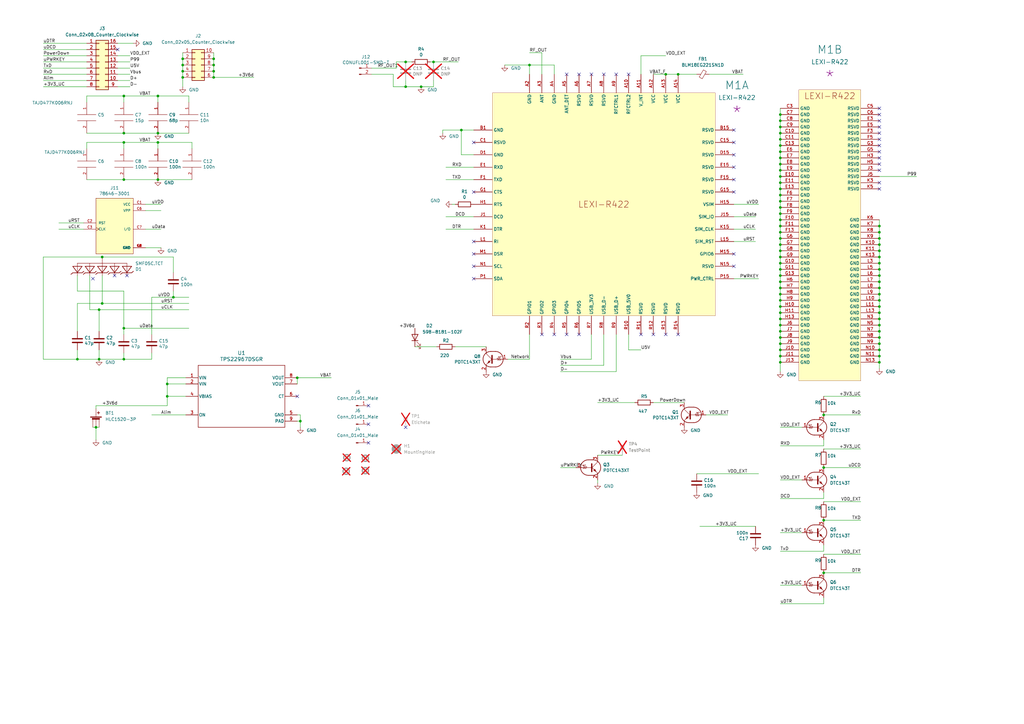
<source format=kicad_sch>
(kicad_sch (version 20231120) (generator "eeschema") (generator_version "8.0")
  (paper "A3")
  (title_block (title "Modem BG95") (rev "4.0") (company "Delta Electronics SRL"))
  (junction (at 320.04 69.85))
  (junction (at 87.63 26.67))
  (junction (at 320.04 123.19))
  (junction (at 68.58 162.56))
  (junction (at 74.93 24.13))
  (junction (at 320.04 87.63))
  (junction (at 320.04 90.17))
  (junction (at 360.68 130.81))
  (junction (at 166.37 25.4))
  (junction (at 64.77 58.42))
  (junction (at 320.04 146.05))
  (junction (at 337.82 234.95))
  (junction (at 121.92 154.94))
  (junction (at 273.05 30.48))
  (junction (at 360.68 107.95))
  (junction (at 360.68 100.33))
  (junction (at 41.91 124.46))
  (junction (at 189.23 53.34))
  (junction (at 320.04 140.97))
  (junction (at 320.04 100.33))
  (junction (at 320.04 130.81))
  (junction (at 320.04 135.89))
  (junction (at 50.8 147.32))
  (junction (at 360.68 128.27))
  (junction (at 74.93 29.21))
  (junction (at 68.58 157.48))
  (junction (at 64.77 73.66))
  (junction (at 320.04 46.99))
  (junction (at 360.68 95.25))
  (junction (at 320.04 64.77))
  (junction (at 360.68 140.97))
  (junction (at 320.04 82.55))
  (junction (at 50.8 54.61))
  (junction (at 360.68 113.03))
  (junction (at 123.19 172.72))
  (junction (at 320.04 49.53))
  (junction (at 71.12 121.92))
  (junction (at 41.91 105.41))
  (junction (at 320.04 105.41))
  (junction (at 360.68 102.87))
  (junction (at 320.04 54.61))
  (junction (at 50.8 58.42))
  (junction (at 360.68 148.59))
  (junction (at 337.82 170.18))
  (junction (at 177.8 25.4))
  (junction (at 320.04 118.11))
  (junction (at 50.8 73.66))
  (junction (at 337.82 191.77))
  (junction (at 320.04 85.09))
  (junction (at 360.68 125.73))
  (junction (at 320.04 57.15))
  (junction (at 74.93 31.75))
  (junction (at 320.04 128.27))
  (junction (at 31.75 147.32))
  (junction (at 320.04 115.57))
  (junction (at 320.04 97.79))
  (junction (at 360.68 110.49))
  (junction (at 172.72 35.56))
  (junction (at 217.17 26.67))
  (junction (at 360.68 135.89))
  (junction (at 320.04 80.01))
  (junction (at 320.04 92.71))
  (junction (at 360.68 118.11))
  (junction (at 87.63 29.21))
  (junction (at 360.68 133.35))
  (junction (at 278.13 30.48))
  (junction (at 87.63 24.13))
  (junction (at 320.04 95.25))
  (junction (at 360.68 115.57))
  (junction (at 320.04 133.35))
  (junction (at 360.68 120.65))
  (junction (at 320.04 59.69))
  (junction (at 320.04 125.73))
  (junction (at 320.04 120.65))
  (junction (at 50.8 39.37))
  (junction (at 360.68 123.19))
  (junction (at 50.8 134.62))
  (junction (at 39.37 175.26))
  (junction (at 337.82 213.36))
  (junction (at 64.77 39.37))
  (junction (at 64.77 54.61))
  (junction (at 320.04 113.03))
  (junction (at 40.64 147.32))
  (junction (at 320.04 62.23))
  (junction (at 360.68 97.79))
  (junction (at 360.68 92.71))
  (junction (at 360.68 143.51))
  (junction (at 320.04 52.07))
  (junction (at 320.04 143.51))
  (junction (at 320.04 77.47))
  (junction (at 320.04 148.59))
  (junction (at 320.04 72.39))
  (junction (at 166.37 35.56))
  (junction (at 40.64 127))
  (junction (at 360.68 146.05))
  (junction (at 320.04 102.87))
  (junction (at 360.68 138.43))
  (junction (at 320.04 74.93))
  (junction (at 74.93 26.67))
  (junction (at 320.04 67.31))
  (junction (at 360.68 105.41))
  (junction (at 320.04 138.43))
  (junction (at 87.63 31.75))
  (junction (at 320.04 110.49))
  (junction (at 320.04 107.95))
  (no_connect (at 151.13 181.61))
  (no_connect (at 52.07 113.03))
  (no_connect (at 300.99 58.42))
  (no_connect (at 194.31 78.74))
  (no_connect (at 360.68 67.31))
  (no_connect (at 151.13 166.37))
  (no_connect (at 262.89 137.16))
  (no_connect (at 48.26 20.32))
  (no_connect (at 222.25 137.16))
  (no_connect (at 252.73 30.48))
  (no_connect (at 194.31 104.14))
  (no_connect (at 300.99 63.5))
  (no_connect (at 360.68 54.61))
  (no_connect (at 237.49 30.48))
  (no_connect (at 121.92 162.56))
  (no_connect (at 360.68 49.53))
  (no_connect (at 194.31 58.42))
  (no_connect (at 242.57 30.48))
  (no_connect (at 300.99 73.66))
  (no_connect (at 273.05 137.16))
  (no_connect (at 360.68 44.45))
  (no_connect (at 166.37 175.26))
  (no_connect (at 360.68 77.47))
  (no_connect (at 46.99 113.03))
  (no_connect (at 300.99 68.58))
  (no_connect (at 257.81 30.48))
  (no_connect (at 360.68 62.23))
  (no_connect (at 300.99 104.14))
  (no_connect (at 232.41 30.48))
  (no_connect (at 278.13 137.16))
  (no_connect (at 300.99 109.22))
  (no_connect (at 360.68 57.15))
  (no_connect (at 360.68 74.93))
  (no_connect (at 267.97 137.16))
  (no_connect (at 360.68 69.85))
  (no_connect (at 38.1 114.3))
  (no_connect (at 194.31 109.22))
  (no_connect (at 227.33 137.16))
  (no_connect (at 300.99 53.34))
  (no_connect (at 360.68 64.77))
  (no_connect (at 247.65 30.48))
  (no_connect (at 360.68 46.99))
  (no_connect (at 360.68 52.07))
  (no_connect (at 194.31 99.06))
  (no_connect (at 360.68 59.69))
  (no_connect (at 237.49 137.16))
  (no_connect (at 300.99 78.74))
  (no_connect (at 194.31 114.3))
  (no_connect (at 232.41 137.16))
  (no_connect (at 151.13 173.99))
  (wire (pts (xy 189.23 53.34) (xy 194.31 53.34)))
  (wire (pts (xy 68.58 157.48) (xy 76.2 157.48)))
  (wire (pts (xy 320.04 115.57) (xy 320.04 118.11)))
  (wire (pts (xy 17.78 27.94) (xy 35.56 27.94)))
  (wire (pts (xy 36.83 113.03) (xy 36.83 127)))
  (wire (pts (xy 320.04 80.01) (xy 320.04 82.55)))
  (wire (pts (xy 48.26 35.56) (xy 53.34 35.56)))
  (wire (pts (xy 162.56 25.4) (xy 162.56 27.94)))
  (wire (pts (xy 360.68 113.03) (xy 360.68 115.57)))
  (wire (pts (xy 320.04 140.97) (xy 320.04 143.51)))
  (wire (pts (xy 229.87 152.4) (xy 252.73 152.4)))
  (wire (pts (xy 320.04 52.07) (xy 320.04 54.61)))
  (wire (pts (xy 320.04 146.05) (xy 320.04 148.59)))
  (wire (pts (xy 121.92 154.94) (xy 135.89 154.94)))
  (wire (pts (xy 172.72 35.56) (xy 177.8 35.56)))
  (wire (pts (xy 360.68 92.71) (xy 360.68 95.25)))
  (wire (pts (xy 245.11 196.85) (xy 245.11 198.12)))
  (wire (pts (xy 35.56 58.42) (xy 50.8 58.42)))
  (wire (pts (xy 68.58 157.48) (xy 68.58 154.94)))
  (wire (pts (xy 360.68 123.19) (xy 360.68 125.73)))
  (wire (pts (xy 320.04 64.77) (xy 320.04 67.31)))
  (wire (pts (xy 177.8 33.02) (xy 177.8 35.56)))
  (wire (pts (xy 337.82 213.36) (xy 353.06 213.36)))
  (wire (pts (xy 40.64 143.51) (xy 40.64 147.32)))
  (wire (pts (xy 320.04 247.65) (xy 337.82 247.65)))
  (wire (pts (xy 360.68 107.95) (xy 360.68 110.49)))
  (wire (pts (xy 50.8 39.37) (xy 64.77 39.37)))
  (wire (pts (xy 337.82 201.93) (xy 337.82 204.47)))
  (wire (pts (xy 229.87 149.86) (xy 247.65 149.86)))
  (wire (pts (xy 222.25 30.48) (xy 222.25 21.59)))
  (wire (pts (xy 31.75 147.32) (xy 40.64 147.32)))
  (wire (pts (xy 320.04 218.44) (xy 328.93 218.44)))
  (wire (pts (xy 300.99 99.06) (xy 309.88 99.06)))
  (wire (pts (xy 360.68 72.39) (xy 375.92 72.39)))
  (wire (pts (xy 337.82 223.52) (xy 337.82 226.06)))
  (wire (pts (xy 121.92 172.72) (xy 123.19 172.72)))
  (wire (pts (xy 17.78 147.32) (xy 31.75 147.32)))
  (wire (pts (xy 31.75 143.51) (xy 31.75 147.32)))
  (wire (pts (xy 194.31 93.98) (xy 182.88 93.98)))
  (wire (pts (xy 62.23 137.16) (xy 62.23 121.92)))
  (wire (pts (xy 161.29 35.56) (xy 166.37 35.56)))
  (wire (pts (xy 68.58 154.94) (xy 76.2 154.94)))
  (wire (pts (xy 87.63 24.13) (xy 87.63 26.67)))
  (wire (pts (xy 59.69 86.36) (xy 66.04 86.36)))
  (wire (pts (xy 257.81 137.16) (xy 257.81 143.51)))
  (wire (pts (xy 298.45 170.18) (xy 289.56 170.18)))
  (wire (pts (xy 337.82 184.15) (xy 353.06 184.15)))
  (wire (pts (xy 337.82 245.11) (xy 337.82 247.65)))
  (wire (pts (xy 320.04 226.06) (xy 337.82 226.06)))
  (wire (pts (xy 320.04 54.61) (xy 320.04 57.15)))
  (wire (pts (xy 40.64 127) (xy 77.47 127)))
  (wire (pts (xy 39.37 166.37) (xy 68.58 166.37)))
  (wire (pts (xy 320.04 130.81) (xy 320.04 133.35)))
  (wire (pts (xy 17.78 25.4) (xy 35.56 25.4)))
  (wire (pts (xy 50.8 41.91) (xy 50.8 39.37)))
  (wire (pts (xy 35.56 54.61) (xy 50.8 54.61)))
  (wire (pts (xy 181.61 53.34) (xy 189.23 53.34)))
  (wire (pts (xy 71.12 121.92) (xy 77.47 121.92)))
  (wire (pts (xy 337.82 180.34) (xy 337.82 182.88)))
  (wire (pts (xy 217.17 26.67) (xy 217.17 30.48)))
  (wire (pts (xy 48.26 22.86) (xy 53.34 22.86)))
  (wire (pts (xy 320.04 133.35) (xy 320.04 135.89)))
  (wire (pts (xy 320.04 128.27) (xy 320.04 130.81)))
  (wire (pts (xy 121.92 154.94) (xy 121.92 157.48)))
  (wire (pts (xy 39.37 180.34) (xy 39.37 175.26)))
  (wire (pts (xy 31.75 124.46) (xy 31.75 135.89)))
  (wire (pts (xy 290.83 30.48) (xy 304.8 30.48)))
  (wire (pts (xy 217.17 137.16) (xy 217.17 147.32)))
  (wire (pts (xy 123.19 175.26) (xy 123.19 172.72)))
  (wire (pts (xy 87.63 21.59) (xy 87.63 24.13)))
  (wire (pts (xy 320.04 46.99) (xy 320.04 49.53)))
  (wire (pts (xy 320.04 49.53) (xy 320.04 52.07)))
  (wire (pts (xy 320.04 44.45) (xy 320.04 46.99)))
  (wire (pts (xy 320.04 143.51) (xy 320.04 146.05)))
  (wire (pts (xy 185.42 83.82) (xy 186.69 83.82)))
  (wire (pts (xy 227.33 30.48) (xy 227.33 26.67)))
  (wire (pts (xy 360.68 130.81) (xy 360.68 133.35)))
  (wire (pts (xy 64.77 58.42) (xy 78.74 58.42)))
  (wire (pts (xy 77.47 39.37) (xy 77.47 41.91)))
  (wire (pts (xy 252.73 152.4) (xy 252.73 137.16)))
  (wire (pts (xy 320.04 182.88) (xy 337.82 182.88)))
  (wire (pts (xy 229.87 147.32) (xy 242.57 147.32)))
  (wire (pts (xy 320.04 148.59) (xy 320.04 152.4)))
  (wire (pts (xy 17.78 30.48) (xy 35.56 30.48)))
  (wire (pts (xy 280.67 165.1) (xy 267.97 165.1)))
  (wire (pts (xy 320.04 95.25) (xy 320.04 97.79)))
  (wire (pts (xy 76.2 170.18) (xy 62.23 170.18)))
  (wire (pts (xy 35.56 60.96) (xy 35.56 58.42)))
  (wire (pts (xy 59.69 93.98) (xy 66.04 93.98)))
  (wire (pts (xy 35.56 39.37) (xy 50.8 39.37)))
  (wire (pts (xy 35.56 73.66) (xy 50.8 73.66)))
  (wire (pts (xy 123.19 172.72) (xy 123.19 170.18)))
  (wire (pts (xy 320.04 97.79) (xy 320.04 100.33)))
  (wire (pts (xy 48.26 25.4) (xy 53.34 25.4)))
  (wire (pts (xy 217.17 26.67) (xy 207.01 26.67)))
  (wire (pts (xy 360.68 120.65) (xy 360.68 123.19)))
  (wire (pts (xy 194.31 88.9) (xy 182.88 88.9)))
  (wire (pts (xy 273.05 30.48) (xy 278.13 30.48)))
  (wire (pts (xy 189.23 53.34) (xy 189.23 63.5)))
  (wire (pts (xy 320.04 57.15) (xy 320.04 59.69)))
  (wire (pts (xy 50.8 134.62) (xy 77.47 134.62)))
  (wire (pts (xy 48.26 30.48) (xy 53.34 30.48)))
  (wire (pts (xy 320.04 100.33) (xy 320.04 102.87)))
  (wire (pts (xy 320.04 74.93) (xy 320.04 77.47)))
  (wire (pts (xy 217.17 21.59) (xy 222.25 21.59)))
  (wire (pts (xy 262.89 22.86) (xy 273.05 22.86)))
  (wire (pts (xy 300.99 93.98) (xy 309.88 93.98)))
  (wire (pts (xy 360.68 110.49) (xy 360.68 113.03)))
  (wire (pts (xy 267.97 30.48) (xy 273.05 30.48)))
  (wire (pts (xy 35.56 20.32) (xy 17.78 20.32)))
  (wire (pts (xy 123.19 170.18) (xy 121.92 170.18)))
  (wire (pts (xy 62.23 121.92) (xy 71.12 121.92)))
  (wire (pts (xy 320.04 85.09) (xy 320.04 87.63)))
  (wire (pts (xy 320.04 125.73) (xy 320.04 128.27)))
  (wire (pts (xy 320.04 138.43) (xy 320.04 140.97)))
  (wire (pts (xy 320.04 123.19) (xy 320.04 125.73)))
  (wire (pts (xy 360.68 115.57) (xy 360.68 118.11)))
  (wire (pts (xy 189.23 63.5) (xy 194.31 63.5)))
  (wire (pts (xy 257.81 143.51) (xy 262.89 143.51)))
  (wire (pts (xy 166.37 35.56) (xy 172.72 35.56)))
  (wire (pts (xy 64.77 41.91) (xy 64.77 39.37)))
  (wire (pts (xy 242.57 137.16) (xy 242.57 147.32)))
  (wire (pts (xy 41.91 113.03) (xy 41.91 124.46)))
  (wire (pts (xy 64.77 60.96) (xy 64.77 58.42)))
  (wire (pts (xy 39.37 175.26) (xy 40.64 175.26)))
  (wire (pts (xy 360.68 90.17) (xy 360.68 92.71)))
  (wire (pts (xy 17.78 147.32) (xy 17.78 105.41)))
  (wire (pts (xy 320.04 175.26) (xy 328.93 175.26)))
  (wire (pts (xy 87.63 29.21) (xy 87.63 31.75)))
  (wire (pts (xy 87.63 31.75) (xy 104.14 31.75)))
  (wire (pts (xy 177.8 25.4) (xy 187.96 25.4)))
  (wire (pts (xy 34.29 93.98) (xy 24.13 93.98)))
  (wire (pts (xy 236.22 191.77) (xy 229.87 191.77)))
  (wire (pts (xy 50.8 147.32) (xy 62.23 147.32)))
  (wire (pts (xy 40.64 127) (xy 40.64 135.89)))
  (wire (pts (xy 34.29 91.44) (xy 24.13 91.44)))
  (wire (pts (xy 285.75 194.31) (xy 311.15 194.31)))
  (wire (pts (xy 170.18 142.24) (xy 179.07 142.24)))
  (wire (pts (xy 360.68 148.59) (xy 360.68 151.13)))
  (wire (pts (xy 152.4 30.48) (xy 161.29 30.48)))
  (wire (pts (xy 50.8 60.96) (xy 50.8 58.42)))
  (wire (pts (xy 452.12 196.85) (xy 461.01 196.85)))
  (wire (pts (xy 360.68 143.51) (xy 360.68 146.05)))
  (wire (pts (xy 64.77 39.37) (xy 77.47 39.37)))
  (wire (pts (xy 320.04 67.31) (xy 320.04 69.85)))
  (wire (pts (xy 162.56 27.94) (xy 152.4 27.94)))
  (wire (pts (xy 360.68 128.27) (xy 360.68 130.81)))
  (wire (pts (xy 452.12 194.31) (xy 461.01 194.31)))
  (wire (pts (xy 320.04 77.47) (xy 320.04 80.01)))
  (wire (pts (xy 247.65 149.86) (xy 247.65 137.16)))
  (wire (pts (xy 320.04 196.85) (xy 328.93 196.85)))
  (wire (pts (xy 161.29 30.48) (xy 161.29 35.56)))
  (wire (pts (xy 360.68 105.41) (xy 360.68 107.95)))
  (wire (pts (xy 17.78 105.41) (xy 41.91 105.41)))
  (wire (pts (xy 166.37 25.4) (xy 168.91 25.4)))
  (wire (pts (xy 71.12 119.38) (xy 71.12 121.92)))
  (wire (pts (xy 320.04 110.49) (xy 320.04 113.03)))
  (wire (pts (xy 68.58 162.56) (xy 68.58 157.48)))
  (wire (pts (xy 320.04 107.95) (xy 320.04 110.49)))
  (wire (pts (xy 360.68 133.35) (xy 360.68 135.89)))
  (wire (pts (xy 31.75 119.38) (xy 50.8 119.38)))
  (wire (pts (xy 320.04 72.39) (xy 320.04 74.93)))
  (wire (pts (xy 360.68 95.25) (xy 360.68 97.79)))
  (wire (pts (xy 50.8 58.42) (xy 64.77 58.42)))
  (wire (pts (xy 311.15 114.3) (xy 300.99 114.3)))
  (wire (pts (xy 320.04 92.71) (xy 320.04 95.25)))
  (wire (pts (xy 300.99 83.82) (xy 311.15 83.82)))
  (wire (pts (xy 227.33 26.67) (xy 217.17 26.67)))
  (wire (pts (xy 64.77 73.66) (xy 78.74 73.66)))
  (wire (pts (xy 278.13 30.48) (xy 285.75 30.48)))
  (wire (pts (xy 360.68 118.11) (xy 360.68 120.65)))
  (wire (pts (xy 166.37 25.4) (xy 162.56 25.4)))
  (wire (pts (xy 320.04 105.41) (xy 320.04 107.95)))
  (wire (pts (xy 337.82 234.95) (xy 353.06 234.95)))
  (wire (pts (xy 360.68 138.43) (xy 360.68 140.97)))
  (wire (pts (xy 78.74 58.42) (xy 78.74 60.96)))
  (wire (pts (xy 50.8 54.61) (xy 64.77 54.61)))
  (wire (pts (xy 40.64 127) (xy 36.83 127)))
  (wire (pts (xy 245.11 165.1) (xy 260.35 165.1)))
  (wire (pts (xy 320.04 82.55) (xy 320.04 85.09)))
  (wire (pts (xy 320.04 113.03) (xy 320.04 115.57)))
  (wire (pts (xy 62.23 147.32) (xy 62.23 144.78)))
  (wire (pts (xy 320.04 102.87) (xy 320.04 105.41)))
  (wire (pts (xy 77.47 124.46) (xy 41.91 124.46)))
  (wire (pts (xy 59.69 101.6) (xy 66.04 101.6)))
  (wire (pts (xy 176.53 25.4) (xy 177.8 25.4)))
  (wire (pts (xy 48.26 17.78) (xy 54.61 17.78)))
  (wire (pts (xy 74.93 21.59) (xy 74.93 24.13)))
  (wire (pts (xy 320.04 120.65) (xy 320.04 123.19)))
  (wire (pts (xy 48.26 33.02) (xy 53.34 33.02)))
  (wire (pts (xy 48.26 27.94) (xy 53.34 27.94)))
  (wire (pts (xy 74.93 31.75) (xy 74.93 35.56)))
  (wire (pts (xy 59.69 83.82) (xy 66.04 83.82)))
  (wire (pts (xy 50.8 73.66) (xy 64.77 73.66)))
  (wire (pts (xy 74.93 24.13) (xy 74.93 26.67)))
  (wire (pts (xy 74.93 29.21) (xy 74.93 31.75)))
  (wire (pts (xy 194.31 68.58) (xy 182.88 68.58)))
  (wire (pts (xy 87.63 26.67) (xy 87.63 29.21)))
  (wire (pts (xy 245.11 186.69) (xy 255.27 186.69)))
  (wire (pts (xy 181.61 54.61) (xy 181.61 53.34)))
  (wire (pts (xy 337.82 191.77) (xy 353.06 191.77)))
  (wire (pts (xy 41.91 124.46) (xy 31.75 124.46)))
  (wire (pts (xy 41.91 105.41) (xy 71.12 105.41)))
  (wire (pts (xy 337.82 162.56) (xy 353.06 162.56)))
  (wire (pts (xy 194.31 73.66) (xy 182.88 73.66)))
  (wire (pts (xy 64.77 54.61) (xy 77.47 54.61)))
  (wire (pts (xy 320.04 62.23) (xy 320.04 64.77)))
  (wire (pts (xy 360.68 102.87) (xy 360.68 105.41)))
  (wire (pts (xy 68.58 162.56) (xy 76.2 162.56)))
  (wire (pts (xy 360.68 140.97) (xy 360.68 143.51)))
  (wire (pts (xy 320.04 87.63) (xy 320.04 90.17)))
  (wire (pts (xy 17.78 22.86) (xy 35.56 22.86)))
  (wire (pts (xy 320.04 90.17) (xy 320.04 92.71)))
  (wire (pts (xy 199.39 142.24) (xy 186.69 142.24)))
  (wire (pts (xy 217.17 147.32) (xy 208.28 147.32)))
  (wire (pts (xy 31.75 113.03) (xy 31.75 119.38)))
  (wire (pts (xy 50.8 119.38) (xy 50.8 134.62)))
  (wire (pts (xy 360.68 146.05) (xy 360.68 148.59)))
  (wire (pts (xy 337.82 170.18) (xy 353.06 170.18)))
  (wire (pts (xy 262.89 30.48) (xy 262.89 22.86)))
  (wire (pts (xy 360.68 135.89) (xy 360.68 138.43)))
  (wire (pts (xy 360.68 125.73) (xy 360.68 128.27)))
  (wire (pts (xy 40.64 147.32) (xy 50.8 147.32)))
  (wire (pts (xy 71.12 105.41) (xy 71.12 111.76)))
  (wire (pts (xy 360.68 97.79) (xy 360.68 100.33)))
  (wire (pts (xy 166.37 35.56) (xy 166.37 33.02)))
  (wire (pts (xy 50.8 144.78) (xy 50.8 147.32)))
  (wire (pts (xy 320.04 204.47) (xy 337.82 204.47)))
  (wire (pts (xy 38.1 175.26) (xy 39.37 175.26)))
  (wire (pts (xy 320.04 59.69) (xy 320.04 62.23)))
  (wire (pts (xy 68.58 166.37) (xy 68.58 162.56)))
  (wire (pts (xy 17.78 33.02) (xy 35.56 33.02)))
  (wire (pts (xy 360.68 100.33) (xy 360.68 102.87)))
  (wire (pts (xy 337.82 205.74) (xy 353.06 205.74)))
  (wire (pts (xy 320.04 240.03) (xy 328.93 240.03)))
  (wire (pts (xy 39.37 166.37) (xy 39.37 167.64)))
  (wire (pts (xy 50.8 134.62) (xy 50.8 137.16)))
  (wire (pts (xy 320.04 118.11) (xy 320.04 120.65)))
  (wire (pts (xy 300.99 88.9) (xy 309.88 88.9)))
  (wire (pts (xy 287.02 215.9) (xy 309.88 215.9)))
  (wire (pts (xy 320.04 135.89) (xy 320.04 138.43)))
  (wire (pts (xy 35.56 41.91) (xy 35.56 39.37)))
  (wire (pts (xy 74.93 26.67) (xy 74.93 29.21)))
  (wire (pts (xy 35.56 35.56) (xy 17.78 35.56)))
  (wire (pts (xy 35.56 17.78) (xy 17.78 17.78)))
  (wire (pts (xy 337.82 227.33) (xy 353.06 227.33)))
  (wire (pts (xy 320.04 69.85) (xy 320.04 72.39)))
  (label "uDTR" (at 320.04 247.65 0))
  (label "uDCD" (at 17.78 20.32 0))
  (label "VBAT" (at 57.15 39.37 0))
  (label "D+" (at 53.34 33.02 0))
  (label "RxD" (at 353.06 170.18 180))
  (label "+3V6d" (at 104.14 31.75 180))
  (label "VDD_EXT" (at 298.45 194.31 0))
  (label "U5V" (at 262.89 143.51 0))
  (label "TXD" (at 185.42 73.66 0))
  (label "+3V3_UC" (at 293.37 215.9 0))
  (label "RF_OUT" (at 217.17 21.59 0))
  (label "PWRKEY" (at 254 186.69 180))
  (label "uData" (at 62.23 93.98 0))
  (label "PowerDown" (at 270.51 165.1 0))
  (label "TXD" (at 353.06 213.36 180))
  (label "uVDD" (at 62.23 83.82 0))
  (label "uVDD" (at 306.07 83.82 0))
  (label "+3V3_UC" (at 320.04 240.03 0))
  (label "VBAT" (at 304.8 30.48 180))
  (label "T" (at 452.12 196.85 0))
  (label "D-" (at 53.34 35.56 0))
  (label "VDD_EXT" (at 353.06 205.74 180))
  (label "PWRKEY" (at 311.15 114.3 180))
  (label "VBAT" (at 57.15 58.42 0))
  (label "uRST" (at 304.8 99.06 0))
  (label "Vbus" (at 229.87 147.32 0))
  (label "VDD_EXT" (at 320.04 175.26 0))
  (label "+3V3_UC" (at 353.06 184.15 180))
  (label "Alim" (at 66.04 170.18 0))
  (label "+3V3_UC" (at 17.78 35.56 0))
  (label "Alim" (at 17.78 33.02 0))
  (label "DCD" (at 186.69 88.9 0))
  (label "D+" (at 229.87 149.86 0))
  (label "Vbus" (at 53.34 30.48 0))
  (label "U5V" (at 53.34 27.94 0))
  (label "TxD" (at 320.04 226.06 0))
  (label "DTR" (at 353.06 234.95 180))
  (label "VDD_EXT" (at 320.04 196.85 0))
  (label "DCD" (at 320.04 204.47 0))
  (label "uPWRKEY" (at 17.78 25.4 0))
  (label "R" (at 452.12 194.31 0))
  (label "+3V3_UC" (at 245.11 165.1 0))
  (label "RXD" (at 185.42 68.58 0))
  (label "VBAT" (at 135.89 154.94 180))
  (label "uCLK" (at 27.94 93.98 0))
  (label "RxD" (at 17.78 30.48 0))
  (label "RF_OUT1" (at 154.94 27.94 0))
  (label "VDD_EXT" (at 353.06 227.33 180))
  (label "Network" (at 209.55 147.32 0))
  (label "uVDD" (at 64.77 121.92 0))
  (label "+3V3_UC" (at 353.06 162.56 180))
  (label "RXD" (at 320.04 182.88 0))
  (label "DTR" (at 185.42 93.98 0))
  (label "uRST" (at 27.94 91.44 0))
  (label "PowerDown" (at 17.78 22.86 0))
  (label "uPWRKEY" (at 229.87 191.77 0))
  (label "+3V6d" (at 48.26 166.37 180))
  (label "VBAT_F" (at 273.05 30.48 180))
  (label "uRST" (at 66.04 124.46 0))
  (label "uCLK" (at 304.8 93.98 0))
  (label "+3V6d" (at 170.18 134.62 180))
  (label "VDD_EXT" (at 273.05 22.86 0))
  (label "D-" (at 229.87 152.4 0))
  (label "uDCD" (at 353.06 191.77 180))
  (label "VDD_EXT" (at 53.34 22.86 0))
  (label "uData" (at 57.15 134.62 0))
  (label "VDD_EXT" (at 290.83 170.18 0))
  (label "RF_OUT" (at 181.61 25.4 0))
  (label "TxD" (at 17.78 27.94 0))
  (label "uData" (at 304.8 88.9 0))
  (label "uDTR" (at 17.78 17.78 0))
  (label "P99" (at 53.34 25.4 0))
  (label "uCLK" (at 66.04 127 0))
  (label "P99" (at 375.92 72.39 180))
  (label "+3V3_UC" (at 320.04 218.44 0))
  (symbol (lib_id "Transistor_BJT:DTC143T") (at 201.93 147.32 0) (mirror y) (unit 1)
    (property "Reference" "Q8" (at 197.1548 146.1516 0) (effects (justify left)))
    (property "Value" "PDTC143XT" (at 197.1548 148.463 0) (effects (justify left)))
    (property "Footprint" "Package_TO_SOT_SMD:SOT-23" (effects (hide yes)))
    (property "VTPN" "4500-00010-00" (effects (hide yes)))
  )
  (symbol (lib_id "SMF05C:SMF05C") (at 44.45 110.49 180) (unit 1)
    (property "Reference" "D1" (at 55.4736 110.3884 0) (effects (justify right)))
    (property "Value" "SMF05C.TCT" (at 55.4736 108.077 0) (effects (justify right)))
    (property "Footprint" "Diode_SMD:SC70-6" (effects (hide yes)))
    (property "VTPN" "4724-00010-00" (effects (hide yes)))
  )
  (symbol (lib_id "Device:C") (at 31.75 139.7 0) (unit 1)
    (property "Reference" "C1" (at 34.671 138.5316 0) (effects (justify left)))
    (property "Value" "47p" (at 34.671 140.843 0) (effects (justify left)))
    (property "Footprint" "Capacitor_SMD:C_0603_1608Metric" (effects (hide yes)))
    (property "VTPN" "4106-00080-00" (effects (hide yes)))
  )
  (symbol (lib_id "Device:C") (at 40.64 139.7 0) (unit 1)
    (property "Reference" "C2" (at 43.561 138.5316 0) (effects (justify left)))
    (property "Value" "47p" (at 43.561 140.843 0) (effects (justify left)))
    (property "Footprint" "Capacitor_SMD:C_0603_1608Metric" (effects (hide yes)))
    (property "VTPN" "4106-00080-00" (effects (hide yes)))
  )
  (symbol (lib_id "Device:C") (at 50.8 140.97 0) (unit 1)
    (property "Reference" "C3" (at 53.721 139.8016 0) (effects (justify left)))
    (property "Value" "47p" (at 53.721 142.113 0) (effects (justify left)))
    (property "Footprint" "Capacitor_SMD:C_0603_1608Metric" (effects (hide yes)))
    (property "VTPN" "4106-00080-00" (effects (hide yes)))
  )
  (symbol (lib_id "Device:C") (at 71.12 115.57 0) (unit 1)
    (property "Reference" "C4" (at 74.041 114.4016 0) (effects (justify left)))
    (property "Value" "100n" (at 74.041 116.713 0) (effects (justify left)))
    (property "Footprint" "Capacitor_SMD:C_0603_1608Metric" (effects (hide yes)))
    (property "VTPN" "4106-00020-00" (effects (hide yes)))
  )
  (symbol (lib_id "pspice:CAP") (at 35.56 48.26 0) (unit 1)
    (property "Reference" "C5" (at 40.0812 47.0916 0) (effects (justify left)))
    (property "Value" "TAJD477K006RNJ" (at 13.208 42.164 0) (effects (justify left)))
    (property "Footprint" "Capacitor_Tantalum_SMD:CP_EIA-7361-38_AVX-V_Pad2.18x3.30mm_HandSolder" (effects (hide yes)))
    (property "VTPN" "4128-00100-00" (effects (hide yes)))
  )
  (symbol (lib_id "pspice:CAP") (at 50.8 48.26 0) (unit 1)
    (property "Reference" "C7" (at 55.3212 47.0916 0) (effects (justify left)))
    (property "Value" "15p" (at 55.3212 49.403 0) (effects (justify left)))
    (property "Footprint" "Capacitor_SMD:C_0603_1608Metric" (effects (hide yes)))
    (property "VTPN" "4106-00070-00" (effects (hide yes)))
  )
  (symbol (lib_id "pspice:CAP") (at 64.77 48.26 0) (unit 1)
    (property "Reference" "C9" (at 69.2912 47.0916 0) (effects (justify left)))
    (property "Value" "68p" (at 69.2912 49.403 0) (effects (justify left)))
    (property "Footprint" "Capacitor_SMD:C_0603_1608Metric" (effects (hide yes)))
    (property "VTPN" "4106-00060-00" (effects (hide yes)))
  )
  (symbol (lib_id "pspice:CAP") (at 77.47 48.26 0) (unit 1)
    (property "Reference" "C11" (at 81.9912 47.0916 0) (effects (justify left)))
    (property "Value" "10n" (at 81.9912 49.403 0) (effects (justify left)))
    (property "Footprint" "Capacitor_SMD:C_0603_1608Metric" (effects (hide yes)))
    (property "VTPN" "4106-00015-00" (effects (hide yes)))
  )
  (symbol (lib_id "pspice:CAP") (at 35.56 67.31 0) (unit 1)
    (property "Reference" "C6" (at 40.0812 66.1416 0) (effects (justify left)))
    (property "Value" "TAJD477K006RNJ" (at 18.1864 62.4332 0) (effects (justify left)))
    (property "Footprint" "Capacitor_Tantalum_SMD:CP_EIA-7361-38_AVX-V_Pad2.18x3.30mm_HandSolder" (effects (hide yes)))
    (property "VTPN" "4128-00100-00" (effects (hide yes)))
  )
  (symbol (lib_id "pspice:CAP") (at 50.8 67.31 0) (unit 1)
    (property "Reference" "C8" (at 55.3212 66.1416 0) (effects (justify left)))
    (property "Value" "100n" (at 55.3212 68.453 0) (effects (justify left)))
    (property "Footprint" "Capacitor_SMD:C_0603_1608Metric" (effects (hide yes)))
    (property "VTPN" "4106-00020-00" (effects (hide yes)))
  )
  (symbol (lib_id "pspice:CAP") (at 64.77 67.31 0) (unit 1)
    (property "Reference" "C10" (at 69.2912 66.1416 0) (effects (justify left)))
    (property "Value" "100n" (at 69.2912 68.453 0) (effects (justify left)))
    (property "Footprint" "Capacitor_SMD:C_0603_1608Metric" (effects (hide yes)))
    (property "VTPN" "4106-00020-00" (effects (hide yes)))
  )
  (symbol (lib_id "pspice:CAP") (at 78.74 67.31 0) (unit 1)
    (property "Reference" "C12" (at 83.2612 66.1416 0) (effects (justify left)))
    (property "Value" "100n" (at 83.2612 68.453 0) (effects (justify left)))
    (property "Footprint" "Capacitor_SMD:C_0603_1608Metric" (effects (hide yes)))
    (property "VTPN" "4106-00020-00" (effects (hide yes)))
  )
  (symbol (lib_id "Connector:Conn_01x02_Male") (at 147.32 27.94 0) (unit 1)
    (property "Reference" "J12" (at 150.0632 23.3426 0))
    (property "Value" "CONUFL001-SMD-T" (at 150.0632 25.654 0))
    (property "Footprint" "Connector_Coaxial:U.FL_Molex_MCRF_73412-0110_Vertical" (effects (hide yes)))
    (property "VTPN" "4416-00010-00" (effects (hide yes)))
  )
  (symbol (lib_id "SimSocketMolex:78646-3001") (at 46.99 91.44 0) (unit 1)
    (property "Reference" "J11" (at 46.99 77.089 0))
    (property "Value" "78646-3001" (at 46.99 79.4004 0))
    (property "Footprint" "Connector_Molex:MOLEX_78646-3001" (effects (hide yes)))
    (property "DESCRIPTION" "Conn Micro SIM Card SKT 6 POS 2.54mm Solder RA SMD 0.5A/Contact Embossed T/R" (effects (hide yes)))
    (property "PACKAGE" "None" (effects (hide yes)))
    (property "MF" "Molex" (effects (hide yes)))
    (property "DIGI-KEY_PART_NUMBER" "WM9364CT-ND" (effects (hide yes)))
    (property "DIGI-KEY_PURCHASE_URL" "https://www.digikey.in/product-detail/en/molex/0786463001/WM9364CT-ND/3770350?utm_source=snapeda&utm_medium=aggregator&utm_campaign=symbol" (effects (hide yes)))
    (property "MP" "78646-3001" (effects (hide yes)))
    (property "VTPN" "4414-00020-00" (effects (hide yes)))
  )
  (symbol (lib_id "Device:C") (at 62.23 140.97 0) (unit 1)
    (property "Reference" "C15" (at 65.151 139.8016 0) (effects (justify left)))
    (property "Value" "47p" (at 65.151 142.113 0) (effects (justify left)))
    (property "Footprint" "Capacitor_SMD:C_0603_1608Metric" (effects (hide yes)))
    (property "VTPN" "4106-00080-00" (effects (hide yes)))
  )
  (symbol (lib_id "Regulator_SwitchedCapacitor:TPS22967DSGR") (at 99.06 162.56 0) (unit 1)
    (property "Reference" "U1" (at 99.06 144.78 0) (effects (font (size 1.524 1.524))))
    (property "Value" "TPS22967DSGR" (at 99.06 147.32 0) (effects (font (size 1.524 1.524))))
    (property "Footprint" "Package_SON:WSON-8-1EP_2x2mm_P0.5mm_EP0.9x1.6mm_ThermalVias" (effects (hide yes)))
    (property "Datasheet" "TPS22967DSGR" (effects (hide yes)))
    (property "VTPN" "4702-01010-00" (effects (hide yes)))
  )
  (symbol (lib_id "Transistor_BJT:DTC143T") (at 335.28 175.26 0) (unit 1)
    (property "Reference" "Q2" (at 340.36 173.9899 0) (effects (justify left)))
    (property "Value" "DTC143T" (at 340.36 176.5299 0) (effects (justify left)))
    (property "Footprint" "Package_TO_SOT_SMD:SOT-23" (effects (hide yes)))
    (property "Description" "Digital NPN Transistor, 4k7/NONE, SOT-23" (effects (hide yes)))
    (property "VTPN" "4500-00010-00" (effects (hide yes)))
  )
  (symbol (lib_id "Device:LED") (at 170.18 138.43 90) (unit 1)
    (property "Reference" "D2" (at 174.752 133.604 90) (effects (justify right)))
    (property "Value" "598-8181-102F" (at 173.228 136.144 90) (effects (justify right)))
    (property "Footprint" "LED_SMD:LED_0805_2012Metric" (effects (hide yes)))
    (property "Description" "Light emitting diode" (effects (hide yes)))
    (property "VTPN" "4752-01010-00" (effects (hide yes)))
  )
  (symbol (lib_id "Device:R") (at 190.5 83.82 90) (unit 1)
    (property "Reference" "R1" (at 190.5 78.5622 90))
    (property "Value" "0" (at 190.5 80.8736 90))
    (property "Footprint" "Resistor_SMD:R_0603_1608Metric" (effects (hide yes)))
    (property "VTPN" "4006-00001-00" (effects (hide yes)))
  )
  (symbol (lib_id "power:GND") (at 309.88 223.52 0) (mirror y) (unit 1)
    (property "Reference" "#PWR020" (effects (hide yes)))
    (property "Value" "GND" (at 312.42 224.7899 0) (effects (justify right)))
  )
  (symbol (lib_id "Device:R") (at 182.88 142.24 90) (unit 1)
    (property "Reference" "R2" (at 182.88 139.7 90))
    (property "Value" "220" (at 182.372 145.796 90))
    (property "Footprint" "Resistor_SMD:R_0603_1608Metric" (effects (hide yes)))
    (property "VTPN" "4006-00020-00" (effects (hide yes)))
  )
  (symbol (lib_id "Transistor_BJT:DTC143T") (at 335.28 240.03 0) (unit 1)
    (property "Reference" "Q6" (at 340.36 238.7599 0) (effects (justify left)))
    (property "Value" "DTC143T" (at 340.36 241.2999 0) (effects (justify left)))
    (property "Footprint" "Package_TO_SOT_SMD:SOT-23" (effects (hide yes)))
    (property "Description" "Digital NPN Transistor, 4k7/NONE, SOT-23" (effects (hide yes)))
    (property "VTPN" "4500-00010-00" (effects (hide yes)))
  )
  (symbol (lib_id "Lexi:LEXI-R422") (at 327.66 36.83 0) (unit 2)
    (property "Reference" "M1" (at 340.36 20.32 0) (effects (font (size 3.2766 3.2766))))
    (property "Value" "LEXI-R422" (at 340.36 25.4 0) (effects (font (size 1.8288 1.8288))))
    (property "Footprint" "ublox:LEXI" (effects (hide yes)))
    (property "Description" "u-blox LEXI-R422 modules, a complete and cost-efficient solution offering multi-band LTE-M / NB-IoT / EGPRS data transmissions for low power wide area solutions in the ultra-compact LEXI form factor." (effects (hide yes)))
    (property "Manufacturer P/N" "*" (at 340.36 31.75 0) (effects (font (size 5.4864 5.4864))))
    (property "VTPN" "4716-00020-00" (effects (hide yes)))
  )
  (symbol (lib_id "power:GND") (at 172.72 35.56 0) (mirror y) (unit 1)
    (property "Reference" "#PWR010" (effects (hide yes)))
    (property "Value" "GND" (at 175.26 36.8299 0) (effects (justify right)))
  )
  (symbol (lib_id "power:GND") (at 40.64 147.32 0) (mirror y) (unit 1)
    (property "Reference" "#PWR08" (effects (hide yes)))
    (property "Value" "GND" (at 43.18 148.5899 0) (effects (justify right)))
  )
  (symbol (lib_id "Device:FerriteBead_Small") (at 288.29 30.48 90) (unit 1)
    (property "Reference" "FB1" (at 288.2519 24.13 90))
    (property "Value" "BLM18EG221SN1D" (at 288.2519 26.67 90))
    (property "Footprint" "Inductor_SMD:L_Walsin_WLFM201209x" (effects (hide yes)))
    (property "Description" "Ferrite bead, small symbol" (effects (hide yes)))
    (property "VTPN" "4300-01010-00" (effects (hide yes)))
  )
  (symbol (lib_id "power:GND") (at 207.01 26.67 0) (mirror y) (unit 1)
    (property "Reference" "#PWR06" (effects (hide yes)))
    (property "Value" "GND" (at 209.55 27.9399 0) (effects (justify right)))
  )
  (symbol (lib_id "Mechanical:Fiducial") (at 149.86 193.04 0) (unit 1) (dnp yes)
    (property "Reference" "FID4" (effects (hide yes)))
    (property "Value" "Fiducial" (effects (hide yes)))
    (property "Footprint" "Fiducial:Fiducial_1mm_Mask2mm" (effects (hide yes)))
    (property "VTPN" "4000-00000-00" (effects (hide yes)))
  )
  (symbol (lib_id "Device:R") (at 172.72 25.4 90) (unit 1)
    (property "Reference" "R4" (at 172.72 20.1422 90))
    (property "Value" "0" (at 172.72 22.4536 90))
    (property "Footprint" "Resistor_SMD:R_0603_1608Metric" (effects (hide yes)))
    (property "VTPN" "4006-00001-00" (effects (hide yes)))
  )
  (symbol (lib_id "Connector:Conn_01x01_Male") (at 146.05 173.99 0) (unit 1)
    (property "Reference" "J6" (at 146.685 168.402 0))
    (property "Value" "Conn_01x01_Male" (at 146.685 170.942 0))
    (property "Footprint" "TestPoint:TestPoint_Pad_5.1x5.1mm" (effects (hide yes)))
    (property "VTPN" "4753-00010-00" (effects (hide yes)))
  )
  (symbol (lib_id "Device:C") (at 285.75 198.12 0) (unit 1)
    (property "Reference" "C16" (at 288.671 196.9516 0) (effects (justify left)))
    (property "Value" "100n" (at 288.671 199.263 0) (effects (justify left)))
    (property "Footprint" "Capacitor_SMD:C_0603_1608Metric" (effects (hide yes)))
    (property "VTPN" "4106-00020-00" (effects (hide yes)))
  )
  (symbol (lib_id "power:GND") (at 285.75 201.93 0) (mirror y) (unit 1)
    (property "Reference" "#PWR019" (effects (hide yes)))
    (property "Value" "GND" (at 288.29 203.1999 0) (effects (justify right)))
  )
  (symbol (lib_id "Transistor_BJT:DTC143T") (at 242.57 191.77 0) (unit 1)
    (property "Reference" "Q3" (at 247.3452 190.6016 0) (effects (justify left)))
    (property "Value" "PDTC143XT" (at 247.3452 192.913 0) (effects (justify left)))
    (property "Footprint" "Package_TO_SOT_SMD:SOT-23" (effects (hide yes)))
    (property "VTPN" "4500-00010-00" (effects (hide yes)))
  )
  (symbol (lib_id "Mechanical:Fiducial") (at 141.986 193.294 0) (unit 1) (dnp yes)
    (property "Reference" "FID1" (effects (hide yes)))
    (property "Value" "Fiducial" (effects (hide yes)))
    (property "Footprint" "Fiducial:Fiducial_1mm_Mask2mm" (effects (hide yes)))
    (property "VTPN" "4000-00000-00" (effects (hide yes)))
  )
  (symbol (lib_id "Device:C") (at 309.88 219.71 180) (unit 1)
    (property "Reference" "C17" (at 306.959 220.8784 0) (effects (justify left)))
    (property "Value" "100n" (at 306.959 218.567 0) (effects (justify left)))
    (property "Footprint" "Capacitor_SMD:C_0603_1608Metric" (effects (hide yes)))
    (property "VTPN" "4106-00020-00" (effects (hide yes)))
  )
  (symbol (lib_id "Mechanical:Fiducial") (at 142.24 187.706 0) (unit 1) (dnp yes)
    (property "Reference" "FID2" (effects (hide yes)))
    (property "Value" "Fiducial" (effects (hide yes)))
    (property "Footprint" "Fiducial:Fiducial_1mm_Mask2mm" (effects (hide yes)))
    (property "VTPN" "4000-00000-00" (effects (hide yes)))
  )
  (symbol (lib_id "Lexi:LEXI-R422") (at 201.93 38.1 0) (unit 1)
    (property "Reference" "M1" (at 302.26 34.9564 0) (effects (font (size 3.2766 3.2766))))
    (property "Value" "LEXI-R422" (at 302.26 40.0364 0) (effects (font (size 1.8288 1.8288))))
    (property "Footprint" "ublox:LEXI" (effects (hide yes)))
    (property "Description" "u-blox LEXI-R422 modules, a complete and cost-efficient solution offering multi-band LTE-M / NB-IoT / EGPRS data transmissions for low power wide area solutions in the ultra-compact LEXI form factor." (effects (hide yes)))
    (property "Manufacturer P/N" "*" (at 302.26 46.3865 0) (effects (font (size 5.4864 5.4864))))
    (property "VTPN" "4716-00020-00" (effects (hide yes)))
  )
  (symbol (lib_id "power:GND") (at 181.61 54.61 0) (mirror y) (unit 1)
    (property "Reference" "#PWR05" (effects (hide yes)))
    (property "Value" "GND" (at 184.15 55.8799 0) (effects (justify right)))
  )
  (symbol (lib_id "power:GND") (at 54.61 17.78 90) (mirror x) (unit 1)
    (property "Reference" "#PWR02" (effects (hide yes)))
    (property "Value" "GND" (at 58.42 17.7799 90) (effects (justify right)))
  )
  (symbol (lib_id "Transistor_BJT:DTC143T") (at 335.28 218.44 0) (unit 1)
    (property "Reference" "Q5" (at 340.36 217.1699 0) (effects (justify left)))
    (property "Value" "DTC143T" (at 340.36 219.7099 0) (effects (justify left)))
    (property "Footprint" "Package_TO_SOT_SMD:SOT-23" (effects (hide yes)))
    (property "Description" "Digital NPN Transistor, 4k7/NONE, SOT-23" (effects (hide yes)))
    (property "VTPN" "4500-00010-00" (effects (hide yes)))
  )
  (symbol (lib_id "power:GND") (at 64.77 73.66 0) (mirror y) (unit 1)
    (property "Reference" "#PWR015" (effects (hide yes)))
    (property "Value" "GND" (at 67.31 74.9299 0) (effects (justify right)))
  )
  (symbol (lib_id "Connector_Generic:Conn_02x05_Counter_Clockwise") (at 80.01 26.67 0) (unit 1)
    (property "Reference" "J2" (at 81.28 14.732 0))
    (property "Value" "Conn_02x05_Counter_Clockwise" (at 81.28 17.272 0))
    (property "Footprint" "Connector_PinHeader_2.54mm:PinHeader_2x05_P2.54mm_Vertical_SMD_MOD" (effects (hide yes)))
    (property "VTPN" "4402-00020-00" (effects (hide yes)))
  )
  (symbol (lib_id "Connector:Conn_01x01_Male") (at 146.05 181.61 0) (unit 1)
    (property "Reference" "J4" (at 146.685 176.022 0))
    (property "Value" "Conn_01x01_Male" (at 146.685 178.562 0))
    (property "Footprint" "TestPoint:TestPoint_Pad_5.1x5.1mm" (effects (hide yes)))
    (property "VTPN" "4753-00010-00" (effects (hide yes)))
  )
  (symbol (lib_id "Device:C") (at 166.37 29.21 0) (unit 1) (dnp yes)
    (property "Reference" "C13" (at 169.291 28.0416 0) (effects (justify left)))
    (property "Value" "DNP" (at 169.291 30.353 0) (effects (justify left)))
    (property "Footprint" "Capacitor_SMD:C_0603_1608Metric" (effects (hide yes)))
    (property "VTPN" "4106-00000-00" (effects (hide yes)))
  )
  (symbol (lib_id "power:GND") (at 320.04 152.4 0) (mirror y) (unit 1)
    (property "Reference" "#PWR03" (effects (hide yes)))
    (property "Value" "GND" (at 322.58 153.6699 0) (effects (justify right)))
  )
  (symbol (lib_id "Mechanical:MountingHole") (at 162.56 184.15 0) (unit 1) (dnp yes)
    (property "Reference" "H1" (at 165.608 182.8799 0) (effects (justify left)))
    (property "Value" "MountingHole" (at 165.608 185.4199 0) (effects (justify left)))
    (property "Footprint" "MountingHole:MountingHole_2.5mm  Simpla" (effects (hide yes)))
    (property "VTPN" "4000-00000-00" (effects (hide yes)))
  )
  (symbol (lib_id "Connector:TestPoint") (at 255.27 186.69 0) (unit 1) (dnp yes)
    (property "Reference" "TP4" (at 257.81 182.1179 0) (effects (justify left)))
    (property "Value" "TestPoint" (at 257.81 184.6579 0) (effects (justify left)))
    (property "Footprint" "TestPoint:TestPoint_Pad_D1.5mm" (effects (hide yes)))
    (property "Description" "test point" (effects (hide yes)))
    (property "VTPN" "4000-00000-00" (effects (hide yes)))
  )
  (symbol (lib_id "power:GND") (at 185.42 83.82 270) (mirror x) (unit 1)
    (property "Reference" "#PWR017" (effects (hide yes)))
    (property "Value" "GND" (at 180.594 82.296 90) (effects (justify right)))
  )
  (symbol (lib_id "power:GND") (at 66.04 101.6 0) (mirror y) (unit 1)
    (property "Reference" "#PWR07" (effects (hide yes)))
    (property "Value" "GND" (at 68.58 102.8699 0) (effects (justify right)))
  )
  (symbol (lib_id "power:GND") (at 280.67 175.26 0) (mirror y) (unit 1)
    (property "Reference" "#PWR018" (effects (hide yes)))
    (property "Value" "GND" (at 283.21 176.5299 0) (effects (justify right)))
  )
  (symbol (lib_id "power:GND") (at 360.68 151.13 0) (mirror y) (unit 1)
    (property "Reference" "#PWR04" (effects (hide yes)))
    (property "Value" "GND" (at 363.22 152.3999 0) (effects (justify right)))
  )
  (symbol (lib_id "Device:R") (at 264.16 165.1 90) (unit 1)
    (property "Reference" "R5" (at 264.16 162.56 90))
    (property "Value" "4k7" (at 263.652 168.656 90))
    (property "Footprint" "Resistor_SMD:R_0603_1608Metric" (effects (hide yes)))
    (property "VTPN" "4006-00150-00" (effects (hide yes)))
  )
  (symbol (lib_id "Device:R") (at 337.82 209.55 180) (unit 1)
    (property "Reference" "R8" (at 335.534 208.28 0))
    (property "Value" "10k" (at 341.122 208.534 0))
    (property "Footprint" "Resistor_SMD:R_0603_1608Metric" (effects (hide yes)))
    (property "VTPN" "4006-00170-00" (effects (hide yes)))
  )
  (symbol (lib_id "Device:C") (at 177.8 29.21 0) (unit 1) (dnp yes)
    (property "Reference" "C14" (at 180.721 28.0416 0) (effects (justify left)))
    (property "Value" "DNP" (at 180.721 30.353 0) (effects (justify left)))
    (property "Footprint" "Capacitor_SMD:C_0603_1608Metric" (effects (hide yes)))
    (property "VTPN" "4106-00000-00" (effects (hide yes)))
  )
  (symbol (lib_id "Connector:TestPoint") (at 166.37 175.26 0) (unit 1) (dnp yes)
    (property "Reference" "TP1" (at 168.656 170.6879 0) (effects (justify left)))
    (property "Value" "Eticheta" (at 168.656 173.2279 0) (effects (justify left)))
    (property "Footprint" "Symbol:Eticheta" (effects (hide yes)))
    (property "VTPN" "4000-00000-00" (effects (hide yes)))
  )
  (symbol (lib_id "power:GND") (at 39.37 180.34 0) (mirror y) (unit 1)
    (property "Reference" "#PWR09" (effects (hide yes)))
    (property "Value" "GND" (at 41.91 181.6099 0) (effects (justify right)))
  )
  (symbol (lib_id "Device:HLC1520-3P") (at 39.37 172.72 0) (unit 1)
    (property "Reference" "BT1" (at 43.18 169.4179 0) (effects (justify left)))
    (property "Value" "HLC1520-3P" (at 43.18 171.9579 0) (effects (justify left)))
    (property "Footprint" "Battery:HLC1520-3P" (effects (hide yes)))
    (property "VTPN" "4200-00020-00" (effects (hide yes)))
  )
  (symbol (lib_id "power:GND") (at 245.11 198.12 0) (mirror y) (unit 1)
    (property "Reference" "#PWR012" (effects (hide yes)))
    (property "Value" "GND" (at 247.65 199.3899 0) (effects (justify right)))
  )
  (symbol (lib_id "Mechanical:Fiducial") (at 149.86 187.96 0) (unit 1) (dnp yes)
    (property "Reference" "FID3" (effects (hide yes)))
    (property "Value" "Fiducial" (effects (hide yes)))
    (property "Footprint" "Fiducial:Fiducial_1mm_Mask2mm" (effects (hide yes)))
    (property "VTPN" "4000-00000-00" (effects (hide yes)))
  )
  (symbol (lib_id "Device:R") (at 337.82 231.14 180) (unit 1)
    (property "Reference" "R9" (at 335.534 229.87 0))
    (property "Value" "10k" (at 341.122 230.124 0))
    (property "Footprint" "Resistor_SMD:R_0603_1608Metric" (effects (hide yes)))
    (property "VTPN" "4006-00170-00" (effects (hide yes)))
  )
  (symbol (lib_id "power:GND") (at 199.39 152.4 0) (mirror y) (unit 1)
    (property "Reference" "#PWR011" (effects (hide yes)))
    (property "Value" "GND" (at 201.93 153.6699 0) (effects (justify right)))
  )
  (symbol (lib_id "Connector_Generic:Conn_02x08_Counter_Clockwise") (at 40.64 25.4 0) (unit 1)
    (property "Reference" "J3" (at 41.91 11.684 0))
    (property "Value" "Conn_02x08_Counter_Clockwise" (at 41.91 14.224 0))
    (property "Footprint" "Connector_PinHeader_2.54mm:PinHeader_2x08_P2.54mm_Vertical_SMD_MOD" (effects (hide yes)))
    (property "VTPN" "4402-00030-00" (effects (hide yes)))
  )
  (symbol (lib_id "Connector:Conn_01x01_Male") (at 146.05 166.37 0) (unit 1)
    (property "Reference" "J5" (at 146.685 160.782 0))
    (property "Value" "Conn_01x01_Male" (at 146.685 163.322 0))
    (property "Footprint" "TestPoint:TestPoint_Pad_5.1x5.1mm" (effects (hide yes)))
    (property "VTPN" "4753-00010-00" (effects (hide yes)))
  )
  (symbol (lib_id "Device:R") (at 337.82 187.96 180) (unit 1)
    (property "Reference" "R7" (at 335.534 186.69 0))
    (property "Value" "10k" (at 341.122 186.944 0))
    (property "Footprint" "Resistor_SMD:R_0603_1608Metric" (effects (hide yes)))
    (property "VTPN" "4006-00170-00" (effects (hide yes)))
  )
  (symbol (lib_id "Transistor_BJT:DTC143T") (at 335.28 196.85 0) (unit 1)
    (property "Reference" "Q4" (at 340.36 195.5799 0) (effects (justify left)))
    (property "Value" "DTC143T" (at 340.36 198.1199 0) (effects (justify left)))
    (property "Footprint" "Package_TO_SOT_SMD:SOT-23" (effects (hide yes)))
    (property "Description" "Digital NPN Transistor, 4k7/NONE, SOT-23" (effects (hide yes)))
    (property "VTPN" "4500-00010-00" (effects (hide yes)))
  )
  (symbol (lib_id "Transistor_BJT:DTC143T") (at 283.21 170.18 0) (mirror y) (unit 1)
    (property "Reference" "Q1" (at 278.4348 169.0116 0) (effects (justify left)))
    (property "Value" "PDTC143XT" (at 278.4348 171.323 0) (effects (justify left)))
    (property "Footprint" "Package_TO_SOT_SMD:SOT-23" (effects (hide yes)))
    (property "VTPN" "4500-00010-00" (effects (hide yes)))
  )
  (symbol (lib_id "power:GND") (at 64.77 54.61 0) (mirror y) (unit 1)
    (property "Reference" "#PWR014" (effects (hide yes)))
    (property "Value" "GND" (at 67.31 55.8799 0) (effects (justify right)))
  )
  (symbol (lib_id "power:GND") (at 123.19 175.26 0) (mirror y) (unit 1)
    (property "Reference" "#PWR016" (effects (hide yes)))
    (property "Value" "GND" (at 125.73 176.5299 0) (effects (justify right)))
  )
  (symbol (lib_id "power:GND") (at 74.93 35.56 0) (mirror y) (unit 1)
    (property "Reference" "#PWR01" (effects (hide yes)))
    (property "Value" "GND" (at 77.47 36.8299 0) (effects (justify right)))
  )
  (symbol (lib_id "Device:R") (at 337.82 166.37 180) (unit 1)
    (property "Reference" "R6" (at 335.534 165.1 0))
    (property "Value" "10k" (at 341.122 165.354 0))
    (property "Footprint" "Resistor_SMD:R_0603_1608Metric" (effects (hide yes)))
    (property "VTPN" "4006-00170-00" (effects (hide yes)))
  )
)
</source>
